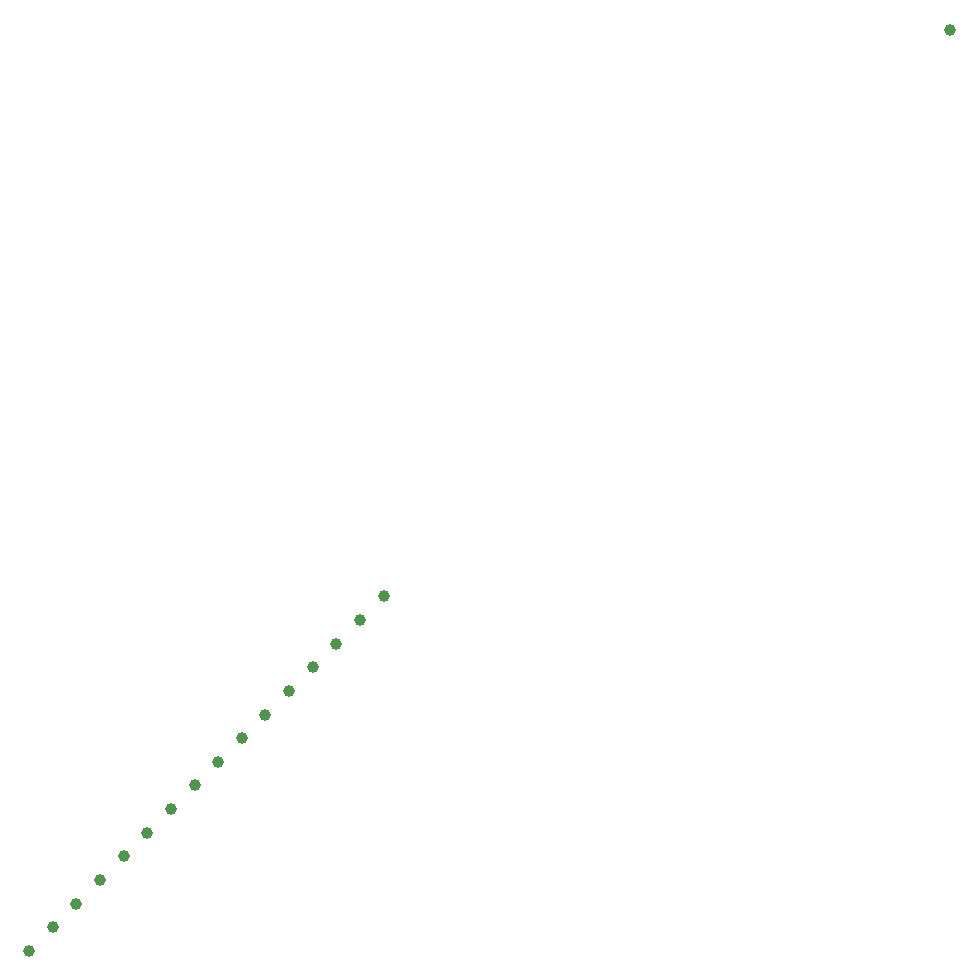
<source format=gbr>
G04 Examples for testing time performance of Gerber parsers*
%FSLAX26Y26*%
%MOMM*%
%ADD10C,1*%
%LPD*%
D10*
X0Y0D03*
X78000000Y78000000D03*
X2000000Y2000000D03*
X4000000Y4000000D03*
X6000000Y6000000D03*
X8000000Y8000000D03*
X10000000Y10000000D03*
X12000000Y12000000D03*
X14000000Y14000000D03*
X16000000Y16000000D03*
X18000000Y18000000D03*
X20000000Y20000000D03*
X22000000Y22000000D03*
X24000000Y24000000D03*
X26000000Y26000000D03*
X28000000Y28000000D03*
X30000000Y30000000D03*
M02*

</source>
